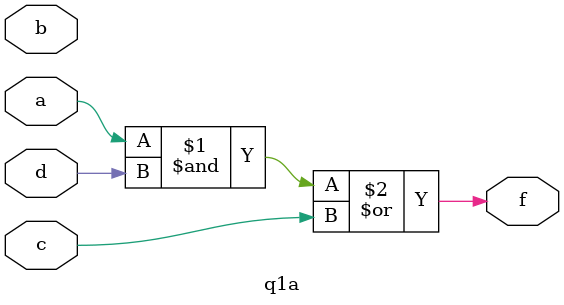
<source format=v>
module q1a(a, b, c, d, f);
input a, b, c, d;
output f;

assign f = (a & d) | c;
endmodule

</source>
